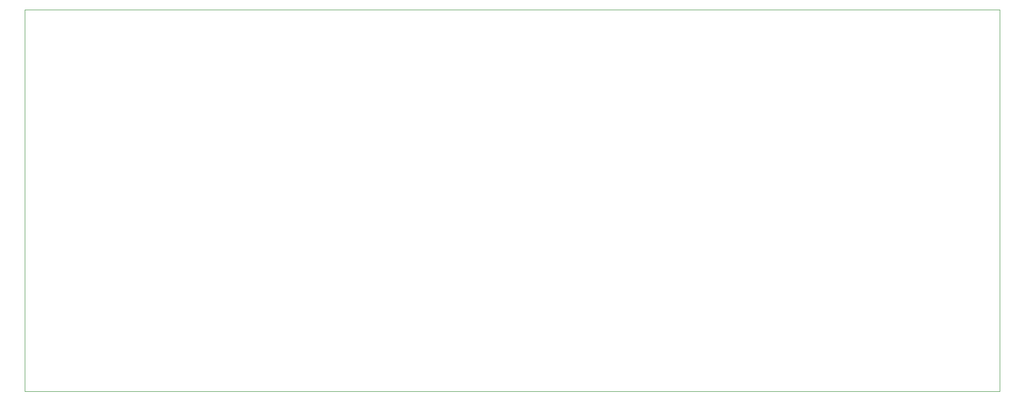
<source format=gbr>
G04 #@! TF.GenerationSoftware,KiCad,Pcbnew,5.0.2-bee76a0~70~ubuntu18.04.1*
G04 #@! TF.CreationDate,2019-04-15T14:09:08+02:00*
G04 #@! TF.ProjectId,top-board,746f702d-626f-4617-9264-2e6b69636164,rev?*
G04 #@! TF.SameCoordinates,PX47b3528PY2897428*
G04 #@! TF.FileFunction,Profile,NP*
%FSLAX46Y46*%
G04 Gerber Fmt 4.6, Leading zero omitted, Abs format (unit mm)*
G04 Created by KiCad (PCBNEW 5.0.2-bee76a0~70~ubuntu18.04.1) date Mon 15 Apr 2019 02:09:08 PM CEST*
%MOMM*%
%LPD*%
G01*
G04 APERTURE LIST*
%ADD10C,0.100000*%
G04 APERTURE END LIST*
D10*
X-3508494Y3504902D02*
X-3508494Y-63093707D01*
X166491508Y-63093707D02*
X166491508Y3504902D01*
X166491508Y3504902D02*
X-3508494Y3504902D01*
X-3508494Y-63093707D02*
X166491508Y-63093707D01*
M02*

</source>
